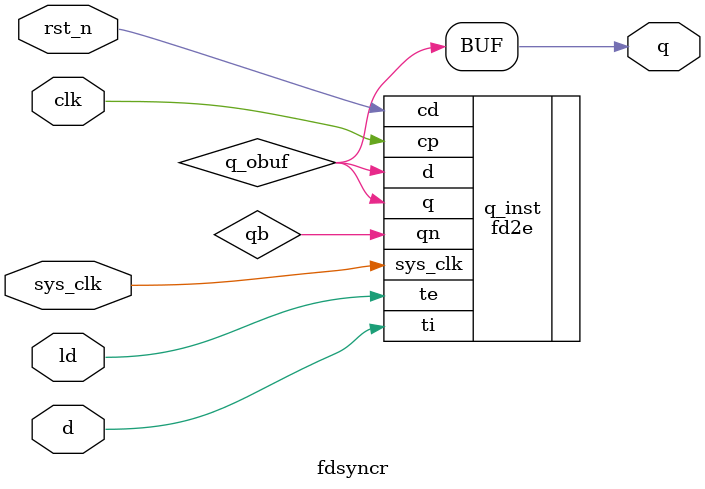
<source format=v>
/* verilator lint_off LITENDIAN */
`include "defs.v"

module fdsyncr
(
	output q,
	input d,
	input ld,
	input clk,
	input rst_n,
	input sys_clk // Generated
);
wire qb;

// Output buffers
wire q_obuf;


// Output buffers
assign q = q_obuf;


// DUPLO.NET (309) - q : fd2e
fd2e q_inst
(
	.q /* OUT */ (q_obuf),
	.qn /* OUT */ (qb),
	.d /* IN */ (q_obuf),
	.cp /* IN */ (clk),
	.cd /* IN */ (rst_n),
	.ti /* IN */ (d),
	.te /* IN */ (ld),
	.sys_clk(sys_clk) // Generated
);

// DUPLO.NET (310) - dummy : dummy
endmodule
/* verilator lint_on LITENDIAN */

</source>
